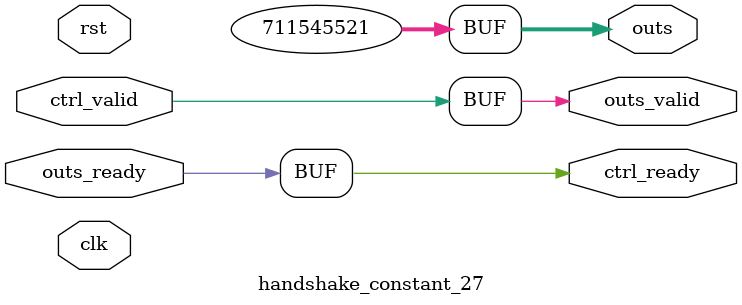
<source format=v>
`timescale 1ns / 1ps
module handshake_constant_27 #(
  parameter DATA_WIDTH = 32  // Default set to 32 bits
) (
  input                       clk,
  input                       rst,
  // Input Channel
  input                       ctrl_valid,
  output                      ctrl_ready,
  // Output Channel
  output [DATA_WIDTH - 1 : 0] outs,
  output                      outs_valid,
  input                       outs_ready
);
  assign outs       = 30'b101010011010010101001010110001;
  assign outs_valid = ctrl_valid;
  assign ctrl_ready = outs_ready;

endmodule

</source>
